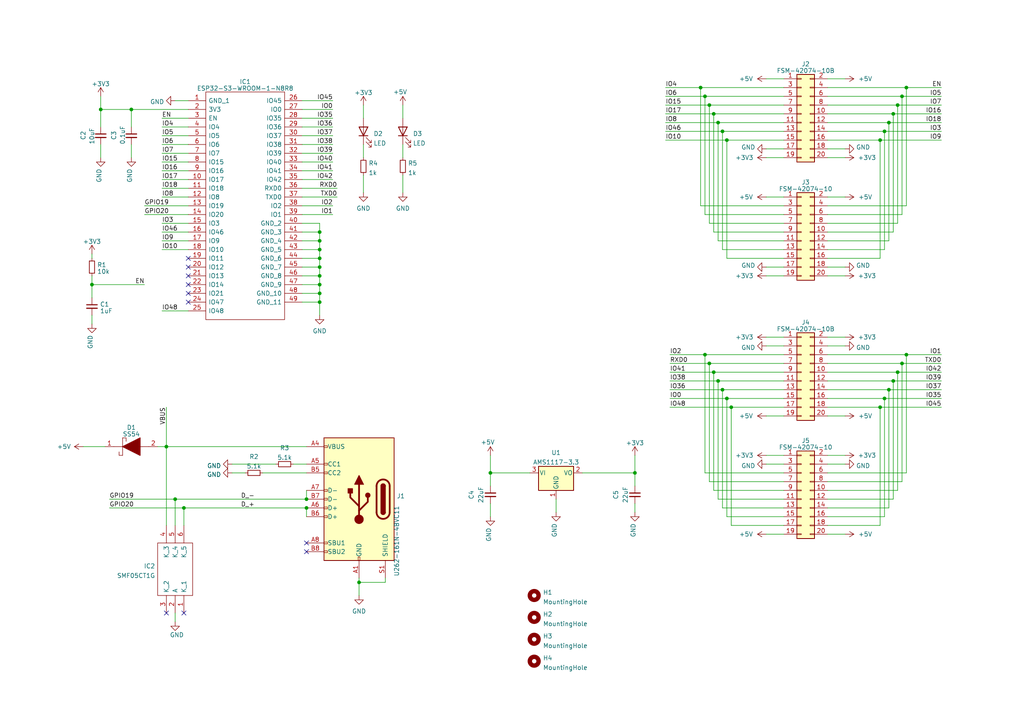
<source format=kicad_sch>
(kicad_sch (version 20230121) (generator eeschema)
  (paper "A4")
  (lib_symbols
    (symbol "Connector:USB_C_Receptacle_USB2.0" (pin_names (offset 1.016))
      (property "Reference" "J" (at -10.16 19.05 0))
      (property "Value" "USB_C_Receptacle_USB2.0" (at 19.05 19.05 0))
      (symbol "USB_C_Receptacle_USB2.0_0_0"
        (rectangle (start -0.254 -17.78) (end 0.254 -16.764))
        (rectangle (start 10.16 -14.986) (end 9.144 -15.494))
        (rectangle (start 10.16 -12.446) (end 9.144 -12.954))
        (rectangle (start 10.16 -4.826) (end 9.144 -5.334))
        (rectangle (start 10.16 -2.286) (end 9.144 -2.794))
        (rectangle (start 10.16 0.254) (end 9.144 -0.254))
        (rectangle (start 10.16 2.794) (end 9.144 2.286))
        (rectangle (start 10.16 7.874) (end 9.144 7.366))
        (rectangle (start 10.16 10.414) (end 9.144 9.906))
        (rectangle (start 10.16 15.494) (end 9.144 14.986))
      )
      (symbol "USB_C_Receptacle_USB2.0_0_1"
        (rectangle (start -10.16 17.78) (end 10.16 -17.78) (stroke (width 0.254)) (fill (type background)))
        (arc (start -8.89 -3.81) (mid -6.985 -5.7067) (end -5.08 -3.81) (stroke (width 0.508)))
        (arc (start -7.62 -3.81) (mid -6.985 -4.4423) (end -6.35 -3.81) (stroke (width 0.254)))
        (arc (start -7.62 -3.81) (mid -6.985 -4.4423) (end -6.35 -3.81) (stroke (width 0.254)) (fill (type outline)))
        (rectangle (start -7.62 -3.81) (end -6.35 3.81) (stroke (width 0.254)) (fill (type outline)))
        (arc (start -6.35 3.81) (mid -6.985 4.4423) (end -7.62 3.81) (stroke (width 0.254)))
        (arc (start -6.35 3.81) (mid -6.985 4.4423) (end -7.62 3.81) (stroke (width 0.254)) (fill (type outline)))
        (arc (start -5.08 3.81) (mid -6.985 5.7067) (end -8.89 3.81) (stroke (width 0.508)))
        (circle (center -2.54 1.143) (radius 0.635) (stroke (width 0.254)) (fill (type outline)))
        (circle (center 0 -5.842) (radius 1.27) (fill (type outline)))
        (polyline (pts (xy -8.89 -3.81) (xy -8.89 3.81)) (stroke (width 0.508)))
        (polyline (pts (xy -5.08 3.81) (xy -5.08 -3.81)) (stroke (width 0.508)))
        (polyline (pts (xy 0 -5.842) (xy 0 4.318)) (stroke (width 0.508)))
        (polyline (pts (xy 0 -3.302) (xy -2.54 -0.762) (xy -2.54 0.508)) (stroke (width 0.508)))
        (polyline (pts (xy 0 -2.032) (xy 2.54 0.508) (xy 2.54 1.778)) (stroke (width 0.508)))
        (polyline (pts (xy -1.27 4.318) (xy 0 6.858) (xy 1.27 4.318) (xy -1.27 4.318)) (stroke (width 0.254)) (fill (type outline)))
        (rectangle (start 1.905 1.778) (end 3.175 3.048) (stroke (width 0.254)) (fill (type outline)))
      )
      (symbol "USB_C_Receptacle_USB2.0_1_1"
        (pin passive line (at 0 -22.86 90) (length 5.08) (name "GND") (number "A1"))
        (pin passive line (at 0 -22.86 90) (length 5.08) hide (name "GND") (number "A12"))
        (pin passive line (at 15.24 15.24 180) (length 5.08) (name "VBUS") (number "A4"))
        (pin bidirectional line (at 15.24 10.16 180) (length 5.08) (name "CC1") (number "A5"))
        (pin bidirectional line (at 15.24 -2.54 180) (length 5.08) (name "D+") (number "A6"))
        (pin bidirectional line (at 15.24 2.54 180) (length 5.08) (name "D-") (number "A7"))
        (pin bidirectional line (at 15.24 -12.7 180) (length 5.08) (name "SBU1") (number "A8"))
        (pin passive line (at 15.24 15.24 180) (length 5.08) hide (name "VBUS") (number "A9"))
        (pin passive line (at 0 -22.86 90) (length 5.08) hide (name "GND") (number "B1"))
        (pin passive line (at 0 -22.86 90) (length 5.08) hide (name "GND") (number "B12"))
        (pin passive line (at 15.24 15.24 180) (length 5.08) hide (name "VBUS") (number "B4"))
        (pin bidirectional line (at 15.24 7.62 180) (length 5.08) (name "CC2") (number "B5"))
        (pin bidirectional line (at 15.24 -5.08 180) (length 5.08) (name "D+") (number "B6"))
        (pin bidirectional line (at 15.24 0 180) (length 5.08) (name "D-") (number "B7"))
        (pin bidirectional line (at 15.24 -15.24 180) (length 5.08) (name "SBU2") (number "B8"))
        (pin passive line (at 15.24 15.24 180) (length 5.08) hide (name "VBUS") (number "B9"))
        (pin passive line (at -7.62 -22.86 90) (length 5.08) (name "SHIELD") (number "S1"))
      )
    )
    (symbol "Connector_Generic:Conn_02x10_Odd_Even" (pin_names (offset 1.016) hide)
      (property "Reference" "J" (at 1.27 12.7 0))
      (property "Value" "Conn_02x10_Odd_Even" (at 1.27 -15.24 0))
      (symbol "Conn_02x10_Odd_Even_1_1"
        (rectangle (start -1.27 -12.573) (end 0 -12.827) (stroke (width 0.1524)))
        (rectangle (start -1.27 -10.033) (end 0 -10.287) (stroke (width 0.1524)))
        (rectangle (start -1.27 -7.493) (end 0 -7.747) (stroke (width 0.1524)))
        (rectangle (start -1.27 -4.953) (end 0 -5.207) (stroke (width 0.1524)))
        (rectangle (start -1.27 -2.413) (end 0 -2.667) (stroke (width 0.1524)))
        (rectangle (start -1.27 0.127) (end 0 -0.127) (stroke (width 0.1524)))
        (rectangle (start -1.27 2.667) (end 0 2.413) (stroke (width 0.1524)))
        (rectangle (start -1.27 5.207) (end 0 4.953) (stroke (width 0.1524)))
        (rectangle (start -1.27 7.747) (end 0 7.493) (stroke (width 0.1524)))
        (rectangle (start -1.27 10.287) (end 0 10.033) (stroke (width 0.1524)))
        (rectangle (start -1.27 11.43) (end 3.81 -13.97) (stroke (width 0.254)) (fill (type background)))
        (rectangle (start 3.81 -12.573) (end 2.54 -12.827) (stroke (width 0.1524)))
        (rectangle (start 3.81 -10.033) (end 2.54 -10.287) (stroke (width 0.1524)))
        (rectangle (start 3.81 -7.493) (end 2.54 -7.747) (stroke (width 0.1524)))
        (rectangle (start 3.81 -4.953) (end 2.54 -5.207) (stroke (width 0.1524)))
        (rectangle (start 3.81 -2.413) (end 2.54 -2.667) (stroke (width 0.1524)))
        (rectangle (start 3.81 0.127) (end 2.54 -0.127) (stroke (width 0.1524)))
        (rectangle (start 3.81 2.667) (end 2.54 2.413) (stroke (width 0.1524)))
        (rectangle (start 3.81 5.207) (end 2.54 4.953) (stroke (width 0.1524)))
        (rectangle (start 3.81 7.747) (end 2.54 7.493) (stroke (width 0.1524)))
        (rectangle (start 3.81 10.287) (end 2.54 10.033) (stroke (width 0.1524)))
        (pin passive line (at -5.08 10.16 0) (length 3.81) (name "Pin_1") (number "1"))
        (pin passive line (at 7.62 0 180) (length 3.81) (name "Pin_10") (number "10"))
        (pin passive line (at -5.08 -2.54 0) (length 3.81) (name "Pin_11") (number "11"))
        (pin passive line (at 7.62 -2.54 180) (length 3.81) (name "Pin_12") (number "12"))
        (pin passive line (at -5.08 -5.08 0) (length 3.81) (name "Pin_13") (number "13"))
        (pin passive line (at 7.62 -5.08 180) (length 3.81) (name "Pin_14") (number "14"))
        (pin passive line (at -5.08 -7.62 0) (length 3.81) (name "Pin_15") (number "15"))
        (pin passive line (at 7.62 -7.62 180) (length 3.81) (name "Pin_16") (number "16"))
        (pin passive line (at -5.08 -10.16 0) (length 3.81) (name "Pin_17") (number "17"))
        (pin passive line (at 7.62 -10.16 180) (length 3.81) (name "Pin_18") (number "18"))
        (pin passive line (at -5.08 -12.7 0) (length 3.81) (name "Pin_19") (number "19"))
        (pin passive line (at 7.62 10.16 180) (length 3.81) (name "Pin_2") (number "2"))
        (pin passive line (at 7.62 -12.7 180) (length 3.81) (name "Pin_20") (number "20"))
        (pin passive line (at -5.08 7.62 0) (length 3.81) (name "Pin_3") (number "3"))
        (pin passive line (at 7.62 7.62 180) (length 3.81) (name "Pin_4") (number "4"))
        (pin passive line (at -5.08 5.08 0) (length 3.81) (name "Pin_5") (number "5"))
        (pin passive line (at 7.62 5.08 180) (length 3.81) (name "Pin_6") (number "6"))
        (pin passive line (at -5.08 2.54 0) (length 3.81) (name "Pin_7") (number "7"))
        (pin passive line (at 7.62 2.54 180) (length 3.81) (name "Pin_8") (number "8"))
        (pin passive line (at -5.08 0 0) (length 3.81) (name "Pin_9") (number "9"))
      )
    )
    (symbol "Device:C_Small" (pin_numbers hide) (pin_names (offset 0.254) hide)
      (property "Reference" "C" (at 0.254 1.778 0))
      (property "Value" "C_Small" (at 0.254 -2.032 0))
      (symbol "C_Small_0_1"
        (polyline (pts (xy -1.524 -0.508) (xy 1.524 -0.508)) (stroke (width 0.3302)))
        (polyline (pts (xy -1.524 0.508) (xy 1.524 0.508)) (stroke (width 0.3048)))
      )
      (symbol "C_Small_1_1"
        (pin passive line (at 0 2.54 270) (length 2.032) (name "~") (number "1"))
        (pin passive line (at 0 -2.54 90) (length 2.032) (name "~") (number "2"))
      )
    )
    (symbol "Device:LED" (pin_numbers hide) (pin_names (offset 1.016) hide)
      (property "Reference" "D" (at 0 2.54 0))
      (property "Value" "LED" (at 0 -2.54 0))
      (symbol "LED_0_1"
        (polyline (pts (xy -1.27 -1.27) (xy -1.27 1.27)) (stroke (width 0.254)))
        (polyline (pts (xy -1.27 0) (xy 1.27 0)))
        (polyline (pts (xy 1.27 -1.27) (xy 1.27 1.27) (xy -1.27 0) (xy 1.27 -1.27)) (stroke (width 0.254)))
        (polyline (pts (xy -3.048 -0.762) (xy -4.572 -2.286) (xy -3.81 -2.286) (xy -4.572 -2.286) (xy -4.572 -1.524)))
        (polyline (pts (xy -1.778 -0.762) (xy -3.302 -2.286) (xy -2.54 -2.286) (xy -3.302 -2.286) (xy -3.302 -1.524)))
      )
      (symbol "LED_1_1"
        (pin passive line (at -3.81 0 0) (length 2.54) (name "K") (number "1"))
        (pin passive line (at 3.81 0 180) (length 2.54) (name "A") (number "2"))
      )
    )
    (symbol "Device:R_Small" (pin_numbers hide) (pin_names (offset 0.254) hide)
      (property "Reference" "R" (at 0.762 0.508 0))
      (property "Value" "R_Small" (at 0.762 -1.016 0))
      (symbol "R_Small_0_1"
        (rectangle (start -0.762 1.778) (end 0.762 -1.778) (stroke (width 0.2032)))
      )
      (symbol "R_Small_1_1"
        (pin passive line (at 0 2.54 270) (length 0.762) (name "~") (number "1"))
        (pin passive line (at 0 -2.54 90) (length 0.762) (name "~") (number "2"))
      )
    )
    (symbol "Mechanical:MountingHole" (pin_names (offset 1.016))
      (property "Reference" "H" (at 0 5.08 0))
      (property "Value" "MountingHole" (at 0 3.175 0))
      (symbol "MountingHole_0_1"
        (circle (center 0 0) (radius 1.27) (stroke (width 1.27)))
      )
    )
    (symbol "Regulator_Linear:AMS1117-3.3" (pin_names (offset 0.254))
      (property "Reference" "U" (at -3.81 3.175 0))
      (property "Value" "AMS1117-3.3" (at 0 3.175 0))
      (symbol "AMS1117-3.3_0_1"
        (rectangle (start -5.08 -5.08) (end 5.08 1.905) (stroke (width 0.254)) (fill (type background)))
      )
      (symbol "AMS1117-3.3_1_1"
        (pin power_in line (at 0 -7.62 90) (length 2.54) (name "GND") (number "1"))
        (pin power_out line (at 7.62 0 180) (length 2.54) (name "VO") (number "2"))
        (pin power_in line (at -7.62 0 0) (length 2.54) (name "VI") (number "3"))
      )
    )
    (symbol "SamacSys_Parts:ESP32-S3-WROOM-1-N8R8" (pin_names (offset 0.762))
      (property "Reference" "IC" (at 29.21 7.62 0))
      (property "Value" "ESP32-S3-WROOM-1-N8R8" (at 29.21 5.08 0))
      (symbol "ESP32-S3-WROOM-1-N8R8_0_0"
        (pin passive line (at 0 0 0) (length 5.08) (name "GND_1") (number "1"))
        (pin passive line (at 0 -22.86 0) (length 5.08) (name "IO17") (number "10"))
        (pin passive line (at 0 -25.4 0) (length 5.08) (name "IO18") (number "11"))
        (pin passive line (at 0 -27.94 0) (length 5.08) (name "IO8") (number "12"))
        (pin passive line (at 0 -30.48 0) (length 5.08) (name "IO19") (number "13"))
        (pin passive line (at 0 -33.02 0) (length 5.08) (name "IO20") (number "14"))
        (pin passive line (at 0 -35.56 0) (length 5.08) (name "IO3") (number "15"))
        (pin passive line (at 0 -38.1 0) (length 5.08) (name "IO46") (number "16"))
        (pin passive line (at 0 -40.64 0) (length 5.08) (name "IO9") (number "17"))
        (pin passive line (at 0 -43.18 0) (length 5.08) (name "IO10") (number "18"))
        (pin passive line (at 0 -45.72 0) (length 5.08) (name "IO11") (number "19"))
        (pin passive line (at 0 -2.54 0) (length 5.08) (name "3V3") (number "2"))
        (pin passive line (at 0 -48.26 0) (length 5.08) (name "IO12") (number "20"))
        (pin passive line (at 0 -50.8 0) (length 5.08) (name "IO13") (number "21"))
        (pin passive line (at 0 -53.34 0) (length 5.08) (name "IO14") (number "22"))
        (pin passive line (at 0 -55.88 0) (length 5.08) (name "IO21") (number "23"))
        (pin passive line (at 0 -58.42 0) (length 5.08) (name "IO47") (number "24"))
        (pin passive line (at 0 -60.96 0) (length 5.08) (name "IO48") (number "25"))
        (pin passive line (at 33.02 0 180) (length 5.08) (name "IO45") (number "26"))
        (pin passive line (at 33.02 -2.54 180) (length 5.08) (name "IO0") (number "27"))
        (pin passive line (at 33.02 -5.08 180) (length 5.08) (name "IO35") (number "28"))
        (pin passive line (at 33.02 -7.62 180) (length 5.08) (name "IO36") (number "29"))
        (pin passive line (at 0 -5.08 0) (length 5.08) (name "EN") (number "3"))
        (pin passive line (at 33.02 -10.16 180) (length 5.08) (name "IO37") (number "30"))
        (pin passive line (at 33.02 -12.7 180) (length 5.08) (name "IO38") (number "31"))
        (pin passive line (at 33.02 -15.24 180) (length 5.08) (name "IO39") (number "32"))
        (pin passive line (at 33.02 -17.78 180) (length 5.08) (name "IO40") (number "33"))
        (pin passive line (at 33.02 -20.32 180) (length 5.08) (name "IO41") (number "34"))
        (pin passive line (at 33.02 -22.86 180) (length 5.08) (name "IO42") (number "35"))
        (pin passive line (at 33.02 -25.4 180) (length 5.08) (name "RXD0") (number "36"))
        (pin passive line (at 33.02 -27.94 180) (length 5.08) (name "TXD0") (number "37"))
        (pin passive line (at 33.02 -30.48 180) (length 5.08) (name "IO2") (number "38"))
        (pin passive line (at 33.02 -33.02 180) (length 5.08) (name "IO1") (number "39"))
        (pin passive line (at 0 -7.62 0) (length 5.08) (name "IO4") (number "4"))
        (pin passive line (at 33.02 -35.56 180) (length 5.08) (name "GND_2") (number "40"))
        (pin passive line (at 33.02 -38.1 180) (length 5.08) (name "GND_3") (number "41"))
        (pin passive line (at 33.02 -40.64 180) (length 5.08) (name "GND_4") (number "42"))
        (pin passive line (at 33.02 -43.18 180) (length 5.08) (name "GND_5") (number "43"))
        (pin passive line (at 33.02 -45.72 180) (length 5.08) (name "GND_6") (number "44"))
        (pin passive line (at 33.02 -48.26 180) (length 5.08) (name "GND_7") (number "45"))
        (pin passive line (at 33.02 -50.8 180) (length 5.08) (name "GND_8") (number "46"))
        (pin passive line (at 33.02 -53.34 180) (length 5.08) (name "GND_9") (number "47"))
        (pin passive line (at 33.02 -55.88 180) (length 5.08) (name "GND_10") (number "48"))
        (pin passive line (at 33.02 -58.42 180) (length 5.08) (name "GND_11") (number "49"))
        (pin passive line (at 0 -10.16 0) (length 5.08) (name "IO5") (number "5"))
        (pin passive line (at 0 -12.7 0) (length 5.08) (name "IO6") (number "6"))
        (pin passive line (at 0 -15.24 0) (length 5.08) (name "IO7") (number "7"))
        (pin passive line (at 0 -17.78 0) (length 5.08) (name "IO15") (number "8"))
        (pin passive line (at 0 -20.32 0) (length 5.08) (name "IO16") (number "9"))
      )
      (symbol "ESP32-S3-WROOM-1-N8R8_0_1"
        (polyline (pts (xy 5.08 2.54) (xy 27.94 2.54) (xy 27.94 -63.5) (xy 5.08 -63.5) (xy 5.08 2.54)) (stroke (width 0.1524)))
      )
    )
    (symbol "SamacSys_Parts:SMF05CT1G" (pin_names (offset 0.762))
      (property "Reference" "IC" (at 21.59 7.62 0))
      (property "Value" "SMF05CT1G" (at 21.59 5.08 0))
      (symbol "SMF05CT1G_0_0"
        (pin passive line (at 0 0 0) (length 5.08) (name "K_1") (number "1"))
        (pin passive line (at 0 -2.54 0) (length 5.08) (name "A") (number "2"))
        (pin passive line (at 0 -5.08 0) (length 5.08) (name "K_2") (number "3"))
        (pin passive line (at 25.4 -5.08 180) (length 5.08) (name "K_3") (number "4"))
        (pin passive line (at 25.4 -2.54 180) (length 5.08) (name "K_4") (number "5"))
        (pin passive line (at 25.4 0 180) (length 5.08) (name "K_5") (number "6"))
      )
      (symbol "SMF05CT1G_0_1"
        (polyline (pts (xy 5.08 2.54) (xy 20.32 2.54) (xy 20.32 -7.62) (xy 5.08 -7.62) (xy 5.08 2.54)) (stroke (width 0.1524)))
      )
    )
    (symbol "SamacSys_Parts:SS54" (pin_names (offset 0.762))
      (property "Reference" "D" (at 12.7 8.89 0))
      (property "Value" "SS54" (at 12.7 6.35 0))
      (symbol "SS54_0_0"
        (pin passive line (at 2.54 0 0) (length 2.54) (name "~") (number "1"))
        (pin passive line (at 17.78 0 180) (length 2.54) (name "~") (number "2"))
      )
      (symbol "SS54_0_1"
        (polyline (pts (xy 5.08 0) (xy 7.62 0)) (stroke (width 0.1524)))
        (polyline (pts (xy 7.62 2.54) (xy 7.62 -2.54)) (stroke (width 0.1524)))
        (polyline (pts (xy 12.7 0) (xy 15.24 0)) (stroke (width 0.1524)))
        (polyline (pts (xy 7.62 -2.54) (xy 6.604 -2.54) (xy 6.604 -1.524)) (stroke (width 0.1524)))
        (polyline (pts (xy 7.62 2.54) (xy 8.636 2.54) (xy 8.636 1.524)) (stroke (width 0.1524)))
        (polyline (pts (xy 7.62 0) (xy 12.7 2.54) (xy 12.7 -2.54) (xy 7.62 0)) (stroke (width 0.254)) (fill (type outline)))
      )
    )
    (symbol "power:+3.3V" (power) (pin_names (offset 0))
      (property "Value" "+3.3V" (at 0 3.556 0))
      (symbol "+3.3V_0_1"
        (polyline (pts (xy -0.762 1.27) (xy 0 2.54)))
        (polyline (pts (xy 0 0) (xy 0 2.54)))
        (polyline (pts (xy 0 2.54) (xy 0.762 1.27)))
      )
      (symbol "+3.3V_1_1"
        (pin power_in line (at 0 0 90) (length 0) hide (name "+3V3") (number "1"))
      )
    )
    (symbol "power:+5V" (power) (pin_names (offset 0))
      (property "Value" "+5V" (at 0 3.556 0))
      (symbol "+5V_0_1"
        (polyline (pts (xy -0.762 1.27) (xy 0 2.54)))
        (polyline (pts (xy 0 0) (xy 0 2.54)))
        (polyline (pts (xy 0 2.54) (xy 0.762 1.27)))
      )
      (symbol "+5V_1_1"
        (pin power_in line (at 0 0 90) (length 0) hide (name "+5V") (number "1"))
      )
    )
    (symbol "power:GND" (power) (pin_names (offset 0))
      (property "Value" "GND" (at 0 -3.81 0))
      (symbol "GND_0_1"
        (polyline (pts (xy 0 0) (xy 0 -1.27) (xy 1.27 -1.27) (xy 0 -2.54) (xy -1.27 -1.27) (xy 0 -1.27)))
      )
      (symbol "GND_1_1"
        (pin power_in line (at 0 0 270) (length 0) hide (name "GND") (number "1"))
      )
    )
  )
  (junction (at 257.81 113.03))
  (junction (at 92.71 85.09))
  (junction (at 210.82 40.64))
  (junction (at 26.67 82.55))
  (junction (at 142.24 137.16))
  (junction (at 256.54 115.57))
  (junction (at 204.47 27.94))
  (junction (at 92.71 80.01))
  (junction (at 208.28 110.49))
  (junction (at 261.62 105.41))
  (junction (at 92.71 67.31))
  (junction (at 259.08 33.02))
  (junction (at 88.9 147.32))
  (junction (at 92.71 77.47))
  (junction (at 208.28 35.56))
  (junction (at 53.34 147.32))
  (junction (at 88.9 144.78))
  (junction (at 92.71 72.39))
  (junction (at 92.71 87.63))
  (junction (at 261.62 27.94))
  (junction (at 260.35 30.48))
  (junction (at 212.09 118.11))
  (junction (at 260.35 107.95))
  (junction (at 29.21 31.75))
  (junction (at 92.71 82.55))
  (junction (at 209.55 113.03))
  (junction (at 184.15 137.16))
  (junction (at 205.74 105.41))
  (junction (at 262.89 25.4))
  (junction (at 92.71 69.85))
  (junction (at 257.81 35.56))
  (junction (at 50.8 144.78))
  (junction (at 204.47 102.87))
  (junction (at 255.27 40.64))
  (junction (at 209.55 38.1))
  (junction (at 205.74 30.48))
  (junction (at 255.27 118.11))
  (junction (at 38.1 31.75))
  (junction (at 203.2 25.4))
  (junction (at 207.01 107.95))
  (junction (at 256.54 38.1))
  (junction (at 210.82 115.57))
  (junction (at 104.14 168.91))
  (junction (at 262.89 102.87))
  (junction (at 207.01 33.02))
  (junction (at 259.08 110.49))
  (junction (at 48.26 129.54))
  (junction (at 92.71 74.93))
  (no_connect (at 54.61 74.93))
  (no_connect (at 54.61 87.63))
  (no_connect (at 88.9 160.02))
  (no_connect (at 54.61 82.55))
  (no_connect (at 53.34 177.8))
  (no_connect (at 54.61 77.47))
  (no_connect (at 48.26 177.8))
  (no_connect (at 54.61 85.09))
  (no_connect (at 88.9 157.48))
  (no_connect (at 54.61 80.01))
  (wire (pts (xy 210.82 115.57) (xy 227.33 115.57)))
  (wire (pts (xy 259.08 110.49) (xy 240.03 110.49)))
  (wire (pts (xy 240.03 102.87) (xy 262.89 102.87)))
  (wire (pts (xy 161.29 144.78) (xy 161.29 148.59)))
  (wire (pts (xy 259.08 144.78) (xy 259.08 110.49)))
  (wire (pts (xy 227.33 118.11) (xy 212.09 118.11)))
  (wire (pts (xy 207.01 33.02) (xy 207.01 67.31)))
  (wire (pts (xy 255.27 152.4) (xy 240.03 152.4)))
  (wire (pts (xy 50.8 29.21) (xy 54.61 29.21)))
  (wire (pts (xy 46.99 52.07) (xy 54.61 52.07)))
  (wire (pts (xy 261.62 105.41) (xy 240.03 105.41)))
  (wire (pts (xy 92.71 82.55) (xy 92.71 85.09)))
  (wire (pts (xy 222.25 100.33) (xy 227.33 100.33)))
  (wire (pts (xy 262.89 102.87) (xy 273.05 102.87)))
  (wire (pts (xy 222.25 77.47) (xy 227.33 77.47)))
  (wire (pts (xy 240.03 35.56) (xy 257.81 35.56)))
  (wire (pts (xy 48.26 129.54) (xy 48.26 152.4)))
  (wire (pts (xy 255.27 40.64) (xy 255.27 74.93)))
  (wire (pts (xy 205.74 64.77) (xy 205.74 30.48)))
  (wire (pts (xy 256.54 115.57) (xy 240.03 115.57)))
  (wire (pts (xy 257.81 147.32) (xy 240.03 147.32)))
  (wire (pts (xy 227.33 107.95) (xy 207.01 107.95)))
  (wire (pts (xy 46.99 72.39) (xy 54.61 72.39)))
  (wire (pts (xy 184.15 146.05) (xy 184.15 148.59)))
  (wire (pts (xy 92.71 64.77) (xy 87.63 64.77)))
  (wire (pts (xy 261.62 27.94) (xy 240.03 27.94)))
  (wire (pts (xy 256.54 38.1) (xy 240.03 38.1)))
  (wire (pts (xy 53.34 147.32) (xy 53.34 152.4)))
  (wire (pts (xy 245.11 134.62) (xy 240.03 134.62)))
  (wire (pts (xy 208.28 35.56) (xy 227.33 35.56)))
  (wire (pts (xy 257.81 35.56) (xy 257.81 69.85)))
  (wire (pts (xy 194.31 110.49) (xy 208.28 110.49)))
  (wire (pts (xy 29.21 27.94) (xy 29.21 31.75)))
  (wire (pts (xy 227.33 144.78) (xy 208.28 144.78)))
  (wire (pts (xy 97.79 54.61) (xy 87.63 54.61)))
  (wire (pts (xy 245.11 43.18) (xy 240.03 43.18)))
  (wire (pts (xy 240.03 62.23) (xy 261.62 62.23)))
  (wire (pts (xy 26.67 86.36) (xy 26.67 82.55)))
  (wire (pts (xy 45.72 129.54) (xy 48.26 129.54)))
  (wire (pts (xy 245.11 100.33) (xy 240.03 100.33)))
  (wire (pts (xy 92.71 64.77) (xy 92.71 67.31)))
  (wire (pts (xy 245.11 45.72) (xy 240.03 45.72)))
  (wire (pts (xy 92.71 85.09) (xy 92.71 87.63)))
  (wire (pts (xy 227.33 59.69) (xy 203.2 59.69)))
  (wire (pts (xy 92.71 74.93) (xy 87.63 74.93)))
  (wire (pts (xy 222.25 43.18) (xy 227.33 43.18)))
  (wire (pts (xy 204.47 102.87) (xy 204.47 137.16)))
  (wire (pts (xy 208.28 69.85) (xy 208.28 35.56)))
  (wire (pts (xy 256.54 72.39) (xy 240.03 72.39)))
  (wire (pts (xy 222.25 97.79) (xy 227.33 97.79)))
  (wire (pts (xy 204.47 27.94) (xy 204.47 62.23)))
  (wire (pts (xy 203.2 59.69) (xy 203.2 25.4)))
  (wire (pts (xy 240.03 139.7) (xy 261.62 139.7)))
  (wire (pts (xy 205.74 30.48) (xy 227.33 30.48)))
  (wire (pts (xy 92.71 69.85) (xy 87.63 69.85)))
  (wire (pts (xy 204.47 62.23) (xy 227.33 62.23)))
  (wire (pts (xy 142.24 146.05) (xy 142.24 149.86)))
  (wire (pts (xy 92.71 69.85) (xy 92.71 72.39)))
  (wire (pts (xy 29.21 41.91) (xy 29.21 45.72)))
  (wire (pts (xy 193.04 35.56) (xy 208.28 35.56)))
  (wire (pts (xy 194.31 118.11) (xy 212.09 118.11)))
  (wire (pts (xy 245.11 22.86) (xy 240.03 22.86)))
  (wire (pts (xy 96.52 29.21) (xy 87.63 29.21)))
  (wire (pts (xy 210.82 40.64) (xy 227.33 40.64)))
  (wire (pts (xy 256.54 149.86) (xy 256.54 115.57)))
  (wire (pts (xy 96.52 41.91) (xy 87.63 41.91)))
  (wire (pts (xy 105.41 41.91) (xy 105.41 45.72)))
  (wire (pts (xy 203.2 25.4) (xy 227.33 25.4)))
  (wire (pts (xy 259.08 33.02) (xy 240.03 33.02)))
  (wire (pts (xy 222.25 45.72) (xy 227.33 45.72)))
  (wire (pts (xy 240.03 113.03) (xy 257.81 113.03)))
  (wire (pts (xy 209.55 147.32) (xy 227.33 147.32)))
  (wire (pts (xy 193.04 40.64) (xy 210.82 40.64)))
  (wire (pts (xy 245.11 132.08) (xy 240.03 132.08)))
  (wire (pts (xy 80.01 134.62) (xy 67.31 134.62)))
  (wire (pts (xy 92.71 87.63) (xy 92.71 91.44)))
  (wire (pts (xy 210.82 40.64) (xy 210.82 74.93)))
  (wire (pts (xy 209.55 113.03) (xy 209.55 147.32)))
  (wire (pts (xy 111.76 168.91) (xy 104.14 168.91)))
  (wire (pts (xy 92.71 80.01) (xy 92.71 82.55)))
  (wire (pts (xy 261.62 139.7) (xy 261.62 105.41)))
  (wire (pts (xy 209.55 72.39) (xy 227.33 72.39)))
  (wire (pts (xy 245.11 57.15) (xy 240.03 57.15)))
  (wire (pts (xy 46.99 67.31) (xy 54.61 67.31)))
  (wire (pts (xy 46.99 69.85) (xy 54.61 69.85)))
  (wire (pts (xy 92.71 67.31) (xy 87.63 67.31)))
  (wire (pts (xy 46.99 36.83) (xy 54.61 36.83)))
  (wire (pts (xy 92.71 77.47) (xy 87.63 77.47)))
  (wire (pts (xy 207.01 142.24) (xy 227.33 142.24)))
  (wire (pts (xy 227.33 102.87) (xy 204.47 102.87)))
  (wire (pts (xy 204.47 137.16) (xy 227.33 137.16)))
  (wire (pts (xy 168.91 137.16) (xy 184.15 137.16)))
  (wire (pts (xy 38.1 41.91) (xy 38.1 45.72)))
  (wire (pts (xy 104.14 168.91) (xy 104.14 172.72)))
  (wire (pts (xy 92.71 77.47) (xy 92.71 80.01)))
  (wire (pts (xy 227.33 64.77) (xy 205.74 64.77)))
  (wire (pts (xy 222.25 154.94) (xy 227.33 154.94)))
  (wire (pts (xy 142.24 132.08) (xy 142.24 137.16)))
  (wire (pts (xy 261.62 27.94) (xy 273.05 27.94)))
  (wire (pts (xy 260.35 107.95) (xy 273.05 107.95)))
  (wire (pts (xy 53.34 147.32) (xy 88.9 147.32)))
  (wire (pts (xy 153.67 137.16) (xy 142.24 137.16)))
  (wire (pts (xy 210.82 149.86) (xy 210.82 115.57)))
  (wire (pts (xy 245.11 80.01) (xy 240.03 80.01)))
  (wire (pts (xy 227.33 33.02) (xy 207.01 33.02)))
  (wire (pts (xy 48.26 129.54) (xy 88.9 129.54)))
  (wire (pts (xy 222.25 80.01) (xy 227.33 80.01)))
  (wire (pts (xy 240.03 67.31) (xy 259.08 67.31)))
  (wire (pts (xy 245.11 120.65) (xy 240.03 120.65)))
  (wire (pts (xy 50.8 177.8) (xy 50.8 180.34)))
  (wire (pts (xy 255.27 40.64) (xy 240.03 40.64)))
  (wire (pts (xy 259.08 33.02) (xy 273.05 33.02)))
  (wire (pts (xy 48.26 118.11) (xy 48.26 129.54)))
  (wire (pts (xy 116.84 50.8) (xy 116.84 55.88)))
  (wire (pts (xy 96.52 62.23) (xy 87.63 62.23)))
  (wire (pts (xy 257.81 35.56) (xy 273.05 35.56)))
  (wire (pts (xy 273.05 40.64) (xy 255.27 40.64)))
  (wire (pts (xy 260.35 30.48) (xy 273.05 30.48)))
  (wire (pts (xy 255.27 118.11) (xy 255.27 152.4)))
  (wire (pts (xy 257.81 113.03) (xy 257.81 147.32)))
  (wire (pts (xy 205.74 139.7) (xy 205.74 105.41)))
  (wire (pts (xy 262.89 25.4) (xy 273.05 25.4)))
  (wire (pts (xy 240.03 107.95) (xy 260.35 107.95)))
  (wire (pts (xy 222.25 134.62) (xy 227.33 134.62)))
  (wire (pts (xy 245.11 154.94) (xy 240.03 154.94)))
  (wire (pts (xy 96.52 31.75) (xy 87.63 31.75)))
  (wire (pts (xy 260.35 30.48) (xy 260.35 64.77)))
  (wire (pts (xy 261.62 105.41) (xy 273.05 105.41)))
  (wire (pts (xy 142.24 137.16) (xy 142.24 140.97)))
  (wire (pts (xy 46.99 57.15) (xy 54.61 57.15)))
  (wire (pts (xy 227.33 149.86) (xy 210.82 149.86)))
  (wire (pts (xy 207.01 67.31) (xy 227.33 67.31)))
  (wire (pts (xy 105.41 50.8) (xy 105.41 55.88)))
  (wire (pts (xy 41.91 62.23) (xy 54.61 62.23)))
  (wire (pts (xy 262.89 137.16) (xy 240.03 137.16)))
  (wire (pts (xy 41.91 59.69) (xy 54.61 59.69)))
  (wire (pts (xy 92.71 85.09) (xy 87.63 85.09)))
  (wire (pts (xy 210.82 74.93) (xy 227.33 74.93)))
  (wire (pts (xy 96.52 59.69) (xy 87.63 59.69)))
  (wire (pts (xy 97.79 57.15) (xy 87.63 57.15)))
  (wire (pts (xy 193.04 33.02) (xy 207.01 33.02)))
  (wire (pts (xy 208.28 144.78) (xy 208.28 110.49)))
  (wire (pts (xy 256.54 115.57) (xy 273.05 115.57)))
  (wire (pts (xy 240.03 144.78) (xy 259.08 144.78)))
  (wire (pts (xy 194.31 113.03) (xy 209.55 113.03)))
  (wire (pts (xy 96.52 39.37) (xy 87.63 39.37)))
  (wire (pts (xy 193.04 27.94) (xy 204.47 27.94)))
  (wire (pts (xy 193.04 30.48) (xy 205.74 30.48)))
  (wire (pts (xy 245.11 97.79) (xy 240.03 97.79)))
  (wire (pts (xy 227.33 113.03) (xy 209.55 113.03)))
  (wire (pts (xy 257.81 69.85) (xy 240.03 69.85)))
  (wire (pts (xy 29.21 31.75) (xy 29.21 36.83)))
  (wire (pts (xy 209.55 38.1) (xy 209.55 72.39)))
  (wire (pts (xy 222.25 57.15) (xy 227.33 57.15)))
  (wire (pts (xy 240.03 30.48) (xy 260.35 30.48)))
  (wire (pts (xy 92.71 82.55) (xy 87.63 82.55)))
  (wire (pts (xy 245.11 77.47) (xy 240.03 77.47)))
  (wire (pts (xy 92.71 87.63) (xy 87.63 87.63)))
  (wire (pts (xy 92.71 74.93) (xy 92.71 77.47)))
  (wire (pts (xy 116.84 41.91) (xy 116.84 45.72)))
  (wire (pts (xy 261.62 62.23) (xy 261.62 27.94)))
  (wire (pts (xy 227.33 139.7) (xy 205.74 139.7)))
  (wire (pts (xy 262.89 102.87) (xy 262.89 137.16)))
  (wire (pts (xy 116.84 30.48) (xy 116.84 34.29)))
  (wire (pts (xy 88.9 137.16) (xy 76.2 137.16)))
  (wire (pts (xy 193.04 25.4) (xy 203.2 25.4)))
  (wire (pts (xy 212.09 118.11) (xy 212.09 152.4)))
  (wire (pts (xy 96.52 49.53) (xy 87.63 49.53)))
  (wire (pts (xy 184.15 137.16) (xy 184.15 140.97)))
  (wire (pts (xy 240.03 149.86) (xy 256.54 149.86)))
  (wire (pts (xy 38.1 31.75) (xy 38.1 36.83)))
  (wire (pts (xy 38.1 31.75) (xy 54.61 31.75)))
  (wire (pts (xy 50.8 144.78) (xy 50.8 152.4)))
  (wire (pts (xy 260.35 142.24) (xy 240.03 142.24)))
  (wire (pts (xy 92.71 72.39) (xy 92.71 74.93)))
  (wire (pts (xy 92.71 80.01) (xy 87.63 80.01)))
  (wire (pts (xy 96.52 44.45) (xy 87.63 44.45)))
  (wire (pts (xy 259.08 67.31) (xy 259.08 33.02)))
  (wire (pts (xy 46.99 44.45) (xy 54.61 44.45)))
  (wire (pts (xy 255.27 74.93) (xy 240.03 74.93)))
  (wire (pts (xy 88.9 134.62) (xy 85.09 134.62)))
  (wire (pts (xy 29.21 31.75) (xy 38.1 31.75)))
  (wire (pts (xy 257.81 113.03) (xy 273.05 113.03)))
  (wire (pts (xy 104.14 168.91) (xy 104.14 167.64)))
  (wire (pts (xy 194.31 102.87) (xy 204.47 102.87)))
  (wire (pts (xy 208.28 110.49) (xy 227.33 110.49)))
  (wire (pts (xy 46.99 39.37) (xy 54.61 39.37)))
  (wire (pts (xy 96.52 34.29) (xy 87.63 34.29)))
  (wire (pts (xy 71.12 137.16) (xy 67.31 137.16)))
  (wire (pts (xy 46.99 49.53) (xy 54.61 49.53)))
  (wire (pts (xy 194.31 115.57) (xy 210.82 115.57)))
  (wire (pts (xy 31.75 147.32) (xy 53.34 147.32)))
  (wire (pts (xy 212.09 152.4) (xy 227.33 152.4)))
  (wire (pts (xy 240.03 25.4) (xy 262.89 25.4)))
  (wire (pts (xy 227.33 38.1) (xy 209.55 38.1)))
  (wire (pts (xy 24.13 129.54) (xy 30.48 129.54)))
  (wire (pts (xy 227.33 27.94) (xy 204.47 27.94)))
  (wire (pts (xy 26.67 80.01) (xy 26.67 82.55)))
  (wire (pts (xy 193.04 38.1) (xy 209.55 38.1)))
  (wire (pts (xy 259.08 110.49) (xy 273.05 110.49)))
  (wire (pts (xy 184.15 132.08) (xy 184.15 137.16)))
  (wire (pts (xy 227.33 69.85) (xy 208.28 69.85)))
  (wire (pts (xy 92.71 72.39) (xy 87.63 72.39)))
  (wire (pts (xy 255.27 118.11) (xy 273.05 118.11)))
  (wire (pts (xy 46.99 46.99) (xy 54.61 46.99)))
  (wire (pts (xy 88.9 142.24) (xy 88.9 144.78)))
  (wire (pts (xy 222.25 120.65) (xy 227.33 120.65)))
  (wire (pts (xy 273.05 38.1) (xy 256.54 38.1)))
  (wire (pts (xy 31.75 144.78) (xy 50.8 144.78)))
  (wire (pts (xy 111.76 168.91) (xy 111.76 167.64)))
  (wire (pts (xy 260.35 107.95) (xy 260.35 142.24)))
  (wire (pts (xy 96.52 36.83) (xy 87.63 36.83)))
  (wire (pts (xy 194.31 105.41) (xy 205.74 105.41)))
  (wire (pts (xy 205.74 105.41) (xy 227.33 105.41)))
  (wire (pts (xy 26.67 73.66) (xy 26.67 74.93)))
  (wire (pts (xy 46.99 41.91) (xy 54.61 41.91)))
  (wire (pts (xy 262.89 59.69) (xy 240.03 59.69)))
  (wire (pts (xy 256.54 38.1) (xy 256.54 72.39)))
  (wire (pts (xy 222.25 132.08) (xy 227.33 132.08)))
  (wire (pts (xy 207.01 107.95) (xy 207.01 142.24)))
  (wire (pts (xy 96.52 46.99) (xy 87.63 46.99)))
  (wire (pts (xy 262.89 25.4) (xy 262.89 59.69)))
  (wire (pts (xy 46.99 54.61) (xy 54.61 54.61)))
  (wire (pts (xy 26.67 91.44) (xy 26.67 93.98)))
  (wire (pts (xy 50.8 144.78) (xy 88.9 144.78)))
  (wire (pts (xy 26.67 82.55) (xy 41.91 82.55)))
  (wire (pts (xy 46.99 90.17) (xy 54.61 90.17)))
  (wire (pts (xy 194.31 107.95) (xy 207.01 107.95)))
  (wire (pts (xy 46.99 64.77) (xy 54.61 64.77)))
  (wire (pts (xy 46.99 34.29) (xy 54.61 34.29)))
  (wire (pts (xy 105.41 30.48) (xy 105.41 34.29)))
  (wire (pts (xy 260.35 64.77) (xy 240.03 64.77)))
  (wire (pts (xy 92.71 67.31) (xy 92.71 69.85)))
  (wire (pts (xy 222.25 22.86) (xy 227.33 22.86)))
  (wire (pts (xy 240.03 118.11) (xy 255.27 118.11)))
  (wire (pts (xy 88.9 147.32) (xy 88.9 149.86)))
  (wire (pts (xy 96.52 52.07) (xy 87.63 52.07)))
  (label "IO5" (at 46.99 39.37 0))
  (label "IO17" (at 193.04 33.02 0))
  (label "EN" (at 41.91 82.55 180))
  (label "IO38" (at 194.31 110.49 0))
  (label "IO36" (at 194.31 113.03 0))
  (label "TXD0" (at 97.79 57.15 180))
  (label "IO8" (at 193.04 35.56 0))
  (label "IO42" (at 96.52 52.07 180))
  (label "IO35" (at 96.52 34.29 180))
  (label "GPIO20" (at 41.91 62.23 0))
  (label "IO42" (at 273.05 107.95 180))
  (label "IO48" (at 194.31 118.11 0))
  (label "IO18" (at 273.05 35.56 180))
  (label "GPIO19" (at 31.75 144.78 0))
  (label "D_+" (at 69.85 147.32 0))
  (label "IO38" (at 96.52 41.91 180))
  (label "IO39" (at 96.52 44.45 180))
  (label "IO45" (at 96.52 29.21 180))
  (label "IO3" (at 46.99 64.77 0))
  (label "IO8" (at 46.99 57.15 0))
  (label "IO1" (at 273.05 102.87 180))
  (label "GPIO20" (at 31.75 147.32 0))
  (label "IO10" (at 46.99 72.39 0))
  (label "D_-" (at 69.85 144.78 0))
  (label "IO40" (at 96.52 46.99 180))
  (label "IO16" (at 46.99 49.53 0))
  (label "IO48" (at 46.99 90.17 0))
  (label "IO5" (at 273.05 27.94 180))
  (label "IO39" (at 273.05 110.49 180))
  (label "IO46" (at 46.99 67.31 0))
  (label "IO18" (at 46.99 54.61 0))
  (label "TXD0" (at 273.05 105.41 180))
  (label "IO37" (at 273.05 113.03 180))
  (label "IO41" (at 96.52 49.53 180))
  (label "IO7" (at 273.05 30.48 180))
  (label "IO0" (at 194.31 115.57 0))
  (label "IO35" (at 273.05 115.57 180))
  (label "EN" (at 273.05 25.4 180))
  (label "IO9" (at 46.99 69.85 0))
  (label "IO41" (at 194.31 107.95 0))
  (label "IO4" (at 46.99 36.83 0))
  (label "IO45" (at 273.05 118.11 180))
  (label "VBUS" (at 48.26 118.11 270))
  (label "IO6" (at 46.99 41.91 0))
  (label "IO3" (at 273.05 38.1 180))
  (label "IO15" (at 193.04 30.48 0))
  (label "IO6" (at 193.04 27.94 0))
  (label "RXD0" (at 97.79 54.61 180))
  (label "IO16" (at 273.05 33.02 180))
  (label "EN" (at 46.99 34.29 0))
  (label "IO2" (at 194.31 102.87 0))
  (label "RXD0" (at 194.31 105.41 0))
  (label "IO1" (at 96.52 62.23 180))
  (label "IO46" (at 193.04 38.1 0))
  (label "IO36" (at 96.52 36.83 180))
  (label "IO0" (at 96.52 31.75 180))
  (label "IO7" (at 46.99 44.45 0))
  (label "IO4" (at 193.04 25.4 0))
  (label "IO37" (at 96.52 39.37 180))
  (label "IO9" (at 273.05 40.64 180))
  (label "GPIO19" (at 41.91 59.69 0))
  (label "IO15" (at 46.99 46.99 0))
  (label "IO10" (at 193.04 40.64 0))
  (label "IO17" (at 46.99 52.07 0))
  (label "IO2" (at 96.52 59.69 180))
  (symbol (lib_id "power:GND") (at 222.25 43.18 270) (mirror x) (unit 1)
    (property "Reference" "#PWR021" (effects hide))
    (property "Value" "GND" (at 219.0751 42.701 90) (effects (justify right)))
  )
  (symbol (lib_id "power:GND") (at 222.25 100.33 270) (unit 1)
    (property "Reference" "#PWR027" (effects hide))
    (property "Value" "GND" (at 219.0751 100.809 90) (effects (justify right)))
  )
  (symbol (lib_id "power:GND") (at 245.11 77.47 90) (unit 1)
    (property "Reference" "#PWR036" (effects hide))
    (property "Value" "GND" (at 248.2849 76.991 90) (effects (justify right)))
  )
  (symbol (lib_id "power:GND") (at 92.71 91.44 0) (unit 1)
    (property "Reference" "#PWR044" (effects hide))
    (property "Value" "GND" (at 92.71 96.0025 0))
  )
  (symbol (lib_id "power:+5V") (at 116.84 30.48 0) (mirror y) (unit 1)
    (property "Reference" "#PWR013" (effects hide))
    (property "Value" "+5V" (at 118.11 26.67 0) (effects (justify left)))
  )
  (symbol (lib_id "power:GND") (at 116.84 55.88 0) (unit 1)
    (property "Reference" "#PWR014" (effects hide))
    (property "Value" "GND" (at 116.84 60.4425 0))
  )
  (symbol (lib_id "Device:R_Small") (at 105.41 48.26 0) (unit 1)
    (property "Reference" "R4" (at 106.9086 47.3515 0) (effects (justify left)))
    (property "Value" "1k" (at 106.9086 50.1266 0) (effects (justify left)))
    (property "Footprint" "Resistor_SMD:R_0603_1608Metric_Pad0.98x0.95mm_HandSolder" (effects hide))
  )
  (symbol (lib_id "SamacSys_Parts:ESP32-S3-WROOM-1-N8R8") (at 54.61 29.21 0) (unit 1)
    (property "Reference" "IC1" (at 71.12 23.7109 0))
    (property "Value" "ESP32-S3-WROOM-1-N8R8" (at 71.12 25.6319 0))
    (property "Footprint" "SamacSys_Parts:ESP32S3WROOM1N8R8" (effects hide))
    (property "Datasheet" "https://www.espressif.com/sites/default/files/documentation/esp32-s3-wroom-1_wroom-1u_datasheet_en.pdf" (effects hide))
    (property "Description" "WiFi Modules - 802.11 (Engineering Samples Only) SMD Module, ESP32-S3R8 with 8 MB Octal PSRAM Die, 8 MB Quad SPI flash, PCB Antenna" (effects hide))
    (property "Height" "3.25" (effects hide))
    (property "Manufacturer_Name" "Espressif Systems" (effects hide))
    (property "Manufacturer_Part_Number" "ESP32-S3-WROOM-1-N8R8" (effects hide))
    (property "Mouser Part Number" "356-EP32S3WROOM1N8R8" (effects hide))
    (property "Mouser Price/Stock" "https://www.mouser.co.uk/ProductDetail/Espressif-Systems/ESP32-S3-WROOM-1-N8R8?qs=7D1LtPJG0i3%2F28hKFavOpQ%3D%3D" (effects hide))
  )
  (symbol (lib_id "power:+5V") (at 222.25 57.15 90) (mirror x) (unit 1)
    (property "Reference" "#PWR023" (effects hide))
    (property "Value" "+5V" (at 218.44 57.15 90) (effects (justify left)))
  )
  (symbol (lib_id "power:GND") (at 67.31 137.16 270) (mirror x) (unit 1)
    (property "Reference" "#PWR09" (effects hide))
    (property "Value" "GND" (at 64.135 137.639 90) (effects (justify right)))
  )
  (symbol (lib_id "SamacSys_Parts:SS54") (at 27.94 129.54 0) (unit 1)
    (property "Reference" "D1" (at 38.1 123.9901 0))
    (property "Value" "SS54" (at 38.1 125.9111 0))
    (property "Footprint" "SamacSys_Parts:DIOM5026X262N" (effects hide))
    (property "Datasheet" "https://datasheet.lcsc.com/szlcsc/DIYI-Elec-Tech-SS54_C84165.pdf" (effects hide))
    (property "Description" "5.0 Amp Surface Mount Schottky Barrier Rectifier." (effects hide))
    (property "Height" "2.62" (effects hide))
    (property "Manufacturer_Name" "DIYI Elec Tech" (effects hide))
    (property "Manufacturer_Part_Number" "SS54" (effects hide))
  )
  (symbol (lib_id "Connector_Generic:Conn_02x10_Odd_Even") (at 232.41 142.24 0) (unit 1)
    (property "Reference" "J5" (at 233.68 127.8001 0))
    (property "Value" "FSM-42074-10" (at 233.68 129.7211 0))
    (property "Footprint" "Connector_PinHeader_2.54mm:PinHeader_2x10_P2.54mm_Vertical_SMD" (effects hide))
  )
  (symbol (lib_id "power:GND") (at 245.11 43.18 90) (unit 1)
    (property "Reference" "#PWR033" (effects hide))
    (property "Value" "GND" (at 248.2849 42.701 90) (effects (justify right)))
  )
  (symbol (lib_id "power:GND") (at 105.41 55.88 0) (unit 1)
    (property "Reference" "#PWR011" (effects hide))
    (property "Value" "GND" (at 105.41 60.4425 0))
  )
  (symbol (lib_id "power:+5V") (at 24.13 129.54 90) (unit 1)
    (property "Reference" "#PWR03" (effects hide))
    (property "Value" "+5V" (at 16.51 129.54 90) (effects (justify right)))
  )
  (symbol (lib_id "Device:C_Small") (at 184.15 143.51 0) (unit 1)
    (property "Reference" "C5" (at 178.6214 143.5164 90))
    (property "Value" "22uF" (at 181.3965 143.5164 90))
    (property "Footprint" "Capacitor_SMD:C_0603_1608Metric_Pad1.08x0.95mm_HandSolder" (effects hide))
  )
  (symbol (lib_id "power:+5V") (at 222.25 120.65 90) (unit 1)
    (property "Reference" "#PWR028" (effects hide))
    (property "Value" "+5V" (at 218.44 120.65 90) (effects (justify left)))
  )
  (symbol (lib_id "power:GND") (at 184.15 148.59 0) (unit 1)
    (property "Reference" "#PWR019" (effects hide))
    (property "Value" "GND" (at 183.671 151.765 90) (effects (justify right)))
  )
  (symbol (lib_id "power:+5V") (at 245.11 154.94 270) (mirror x) (unit 1)
    (property "Reference" "#PWR043" (effects hide))
    (property "Value" "+5V" (at 248.92 154.94 90) (effects (justify left)))
  )
  (symbol (lib_id "power:+3.3V") (at 222.25 45.72 90) (mirror x) (unit 1)
    (property "Reference" "#PWR022" (effects hide))
    (property "Value" "+3.3V" (at 215.9 45.72 90))
  )
  (symbol (lib_id "power:+5V") (at 142.24 132.08 0) (unit 1)
    (property "Reference" "#PWR015" (effects hide))
    (property "Value" "+5V" (at 143.51 128.27 0) (effects (justify right)))
  )
  (symbol (lib_id "power:GND") (at 50.8 29.21 270) (unit 1)
    (property "Reference" "#PWR045" (effects hide))
    (property "Value" "GND" (at 47.6251 29.5268 90) (effects (justify right)))
  )
  (symbol (lib_id "Device:R_Small") (at 116.84 48.26 0) (unit 1)
    (property "Reference" "R5" (at 118.3386 47.3515 0) (effects (justify left)))
    (property "Value" "1k" (at 118.3386 50.1266 0) (effects (justify left)))
    (property "Footprint" "Resistor_SMD:R_0603_1608Metric_Pad0.98x0.95mm_HandSolder" (effects hide))
  )
  (symbol (lib_id "power:+5V") (at 245.11 22.86 270) (unit 1)
    (property "Reference" "#PWR032" (effects hide))
    (property "Value" "+5V" (at 248.92 22.86 90) (effects (justify left)))
  )
  (symbol (lib_id "power:+3.3V") (at 184.15 132.08 0) (unit 1)
    (property "Reference" "#PWR018" (effects hide))
    (property "Value" "+3.3V" (at 184.15 128.4755 0))
  )
  (symbol (lib_id "power:GND") (at 67.31 134.62 270) (mirror x) (unit 1)
    (property "Reference" "#PWR08" (effects hide))
    (property "Value" "GND" (at 64.135 135.099 90) (effects (justify right)))
  )
  (symbol (lib_id "Device:R_Small") (at 73.66 137.16 270) (mirror x) (unit 1)
    (property "Reference" "R2" (at 73.66 132.4569 90))
    (property "Value" "5.1k" (at 73.66 135.232 90))
    (property "Footprint" "Resistor_SMD:R_0603_1608Metric_Pad0.98x0.95mm_HandSolder" (effects hide))
  )
  (symbol (lib_id "power:+3.3V") (at 222.25 97.79 90) (unit 1)
    (property "Reference" "#PWR026" (effects hide))
    (property "Value" "+3.3V" (at 215.9 97.79 90))
  )
  (symbol (lib_id "power:+3.3V") (at 29.21 27.94 0) (unit 1)
    (property "Reference" "#PWR04" (effects hide))
    (property "Value" "+3.3V" (at 29.21 24.3355 0))
  )
  (symbol (lib_id "power:GND") (at 142.24 149.86 0) (unit 1)
    (property "Reference" "#PWR016" (effects hide))
    (property "Value" "GND" (at 141.761 153.035 90) (effects (justify right)))
  )
  (symbol (lib_id "power:+5V") (at 245.11 120.65 270) (mirror x) (unit 1)
    (property "Reference" "#PWR040" (effects hide))
    (property "Value" "+5V" (at 248.92 120.65 90) (effects (justify left)))
  )
  (symbol (lib_id "Mechanical:MountingHole") (at 154.94 179.07 0) (unit 1)
    (property "Reference" "H2" (at 157.48 178.1615 0) (effects (justify left)))
    (property "Value" "MountingHole" (at 157.48 180.9366 0) (effects (justify left)))
    (property "Footprint" "MountingHole:MountingHole_3.2mm_M3_Pad_Via" (effects hide))
  )
  (symbol (lib_id "Device:C_Small") (at 29.21 39.37 0) (unit 1)
    (property "Reference" "C2" (at 24.13 40.64 90) (effects (justify left)))
    (property "Value" "10uF" (at 26.67 41.91 90) (effects (justify left)))
    (property "Footprint" "Capacitor_SMD:C_0603_1608Metric_Pad1.08x0.95mm_HandSolder" (effects hide))
  )
  (symbol (lib_id "power:GND") (at 245.11 100.33 90) (mirror x) (unit 1)
    (property "Reference" "#PWR039" (effects hide))
    (property "Value" "GND" (at 248.2849 100.809 90) (effects (justify right)))
  )
  (symbol (lib_id "power:+5V") (at 222.25 154.94 90) (unit 1)
    (property "Reference" "#PWR031" (effects hide))
    (property "Value" "+5V" (at 218.44 154.94 90) (effects (justify left)))
  )
  (symbol (lib_id "Device:LED") (at 105.41 38.1 90) (unit 1)
    (property "Reference" "D2" (at 108.331 38.779 90) (effects (justify right)))
    (property "Value" "LED" (at 108.331 41.5541 90) (effects (justify right)))
    (property "Footprint" "LED_SMD:LED_0603_1608Metric_Pad1.05x0.95mm_HandSolder" (effects hide))
  )
  (symbol (lib_id "Device:R_Small") (at 26.67 77.47 0) (unit 1)
    (property "Reference" "R1" (at 28.1686 76.8263 0) (effects (justify left)))
    (property "Value" "10k" (at 28.1686 78.7473 0) (effects (justify left)))
    (property "Footprint" "Resistor_SMD:R_0603_1608Metric_Pad0.98x0.95mm_HandSolder" (effects hide))
  )
  (symbol (lib_id "power:GND") (at 38.1 45.72 0) (unit 1)
    (property "Reference" "#PWR06" (effects hide))
    (property "Value" "GND" (at 37.621 48.895 90) (effects (justify right)))
  )
  (symbol (lib_id "power:+3.3V") (at 245.11 45.72 270) (unit 1)
    (property "Reference" "#PWR034" (effects hide))
    (property "Value" "+3.3V" (at 251.46 45.72 90))
  )
  (symbol (lib_id "power:GND") (at 222.25 134.62 270) (unit 1)
    (property "Reference" "#PWR030" (effects hide))
    (property "Value" "GND" (at 219.0751 135.099 90) (effects (justify right)))
  )
  (symbol (lib_id "power:+3.3V") (at 245.11 132.08 270) (mirror x) (unit 1)
    (property "Reference" "#PWR041" (effects hide))
    (property "Value" "+3.3V" (at 251.46 132.08 90))
  )
  (symbol (lib_id "power:+5V") (at 245.11 57.15 270) (unit 1)
    (property "Reference" "#PWR035" (effects hide))
    (property "Value" "+5V" (at 248.92 57.15 90) (effects (justify left)))
  )
  (symbol (lib_id "power:GND") (at 245.11 134.62 90) (mirror x) (unit 1)
    (property "Reference" "#PWR042" (effects hide))
    (property "Value" "GND" (at 248.2849 135.099 90) (effects (justify right)))
  )
  (symbol (lib_id "power:+3.3V") (at 245.11 80.01 270) (unit 1)
    (property "Reference" "#PWR037" (effects hide))
    (property "Value" "+3.3V" (at 251.46 80.01 90))
  )
  (symbol (lib_id "power:+3.3V") (at 222.25 80.01 90) (mirror x) (unit 1)
    (property "Reference" "#PWR025" (effects hide))
    (property "Value" "+3.3V" (at 215.9 80.01 90))
  )
  (symbol (lib_id "power:GND") (at 104.14 172.72 0) (mirror y) (unit 1)
    (property "Reference" "#PWR012" (effects hide))
    (property "Value" "GND" (at 104.14 177.2825 0))
  )
  (symbol (lib_id "power:GND") (at 50.8 180.34 0) (mirror y) (unit 1)
    (property "Reference" "#PWR07" (effects hide))
    (property "Value" "GND" (at 53.34 184.15 0) (effects (justify left)))
  )
  (symbol (lib_id "Mechanical:MountingHole") (at 154.94 185.42 0) (unit 1)
    (property "Reference" "H3" (at 157.48 184.5115 0) (effects (justify left)))
    (property "Value" "MountingHole" (at 157.48 187.2866 0) (effects (justify left)))
    (property "Footprint" "MountingHole:MountingHole_3.2mm_M3_Pad_Via" (effects hide))
  )
  (symbol (lib_id "power:GND") (at 26.67 93.98 0) (unit 1)
    (property "Reference" "#PWR02" (effects hide))
    (property "Value" "GND" (at 26.191 97.155 90) (effects (justify right)))
  )
  (symbol (lib_id "power:+3.3V") (at 222.25 132.08 90) (unit 1)
    (property "Reference" "#PWR029" (effects hide))
    (property "Value" "+3.3V" (at 215.9 132.08 90))
  )
  (symbol (lib_id "Connector_Generic:Conn_02x10_Odd_Even") (at 232.41 67.31 0) (unit 1)
    (property "Reference" "J3" (at 233.68 52.8701 0))
    (property "Value" "FSM-42074-10" (at 233.68 54.7911 0))
    (property "Footprint" "Connector_PinHeader_2.54mm:PinHeader_2x10_P2.54mm_Vertical_SMD" (effects hide))
  )
  (symbol (lib_id "Mechanical:MountingHole") (at 154.94 172.72 0) (unit 1)
    (property "Reference" "H1" (at 157.48 171.8115 0) (effects (justify left)))
    (property "Value" "MountingHole" (at 157.48 174.5866 0) (effects (justify left)))
    (property "Footprint" "MountingHole:MountingHole_3.2mm_M3_Pad_Via" (effects hide))
  )
  (symbol (lib_id "power:GND") (at 161.29 148.59 0) (unit 1)
    (property "Reference" "#PWR017" (effects hide))
    (property "Value" "GND" (at 160.811 151.765 90) (effects (justify right)))
  )
  (symbol (lib_id "power:+5V") (at 222.25 22.86 90) (mirror x) (unit 1)
    (property "Reference" "#PWR020" (effects hide))
    (property "Value" "+5V" (at 218.44 22.86 90) (effects (justify left)))
  )
  (symbol (lib_id "Connector_Generic:Conn_02x10_Odd_Even") (at 232.41 33.02 0) (unit 1)
    (property "Reference" "J2" (at 233.68 18.5801 0))
    (property "Value" "FSM-42074-10B" (at 233.68 20.5011 0))
    (property "Footprint" "Connector_PinSocket_2.54mm:PinSocket_2x10_P2.54mm_Vertical_SMD" (effects hide))
  )
  (symbol (lib_id "power:+3.3V") (at 245.11 97.79 270) (mirror x) (unit 1)
    (property "Reference" "#PWR038" (effects hide))
    (property "Value" "+3.3V" (at 251.46 97.79 90))
  )
  (symbol (lib_id "power:GND") (at 29.21 45.72 0) (unit 1)
    (property "Reference" "#PWR05" (effects hide))
    (property "Value" "GND" (at 28.731 48.895 90) (effects (justify right)))
  )
  (symbol (lib_id "Device:C_Small") (at 142.24 143.51 0) (unit 1)
    (property "Reference" "C4" (at 136.7114 143.5164 90))
    (property "Value" "22uF" (at 139.4865 143.5164 90))
    (property "Footprint" "Capacitor_SMD:C_0603_1608Metric_Pad1.08x0.95mm_HandSolder" (effects hide))
  )
  (symbol (lib_id "power:GND") (at 222.25 77.47 270) (mirror x) (unit 1)
    (property "Reference" "#PWR024" (effects hide))
    (property "Value" "GND" (at 219.0751 76.991 90) (effects (justify right)))
  )
  (symbol (lib_id "Device:C_Small") (at 38.1 39.37 0) (unit 1)
    (property "Reference" "C3" (at 33.02 40.64 90) (effects (justify left)))
    (property "Value" "0.1uF" (at 35.56 41.91 90) (effects (justify left)))
    (property "Footprint" "Capacitor_SMD:C_0603_1608Metric_Pad1.08x0.95mm_HandSolder" (effects hide))
  )
  (symbol (lib_id "Device:C_Small") (at 26.67 88.9 0) (unit 1)
    (property "Reference" "C1" (at 28.9941 88.2626 0) (effects (justify left)))
    (property "Value" "1uF" (at 28.9941 90.1836 0) (effects (justify left)))
    (property "Footprint" "Capacitor_SMD:C_0603_1608Metric_Pad1.08x0.95mm_HandSolder" (effects hide))
  )
  (symbol (lib_id "Device:LED") (at 116.84 38.1 90) (unit 1)
    (property "Reference" "D3" (at 119.761 38.779 90) (effects (justify right)))
    (property "Value" "LED" (at 119.761 41.5541 90) (effects (justify right)))
    (property "Footprint" "LED_SMD:LED_0603_1608Metric_Pad1.05x0.95mm_HandSolder" (effects hide))
  )
  (symbol (lib_id "Mechanical:MountingHole") (at 154.94 191.77 0) (unit 1)
    (property "Reference" "H4" (at 157.48 190.8615 0) (effects (justify left)))
    (property "Value" "MountingHole" (at 157.48 193.6366 0) (effects (justify left)))
    (property "Footprint" "MountingHole:MountingHole_3.2mm_M3_Pad_Via" (effects hide))
  )
  (symbol (lib_id "Connector:USB_C_Receptacle_USB2.0") (at 104.14 144.78 0) (mirror y) (unit 1)
    (property "Reference" "J1" (at 115.062 143.8715 0) (effects (justify right)))
    (property "Value" "U262-161N-4BVC11" (at 115.062 146.6466 90) (effects (justify right)))
    (property "Footprint" "SamacSys_Parts:U262-16XN-4BVC11" (effects hide))
    (property "Datasheet" "https://www.usb.org/sites/default/files/documents/usb_type-c.zip" (effects hide))
  )
  (symbol (lib_id "power:+3.3V") (at 26.67 73.66 0) (unit 1)
    (property "Reference" "#PWR01" (effects hide))
    (property "Value" "+3.3V" (at 26.67 70.0555 0))
  )
  (symbol (lib_id "SamacSys_Parts:SMF05CT1G") (at 53.34 177.8 270) (mirror x) (unit 1)
    (property "Reference" "IC2" (at 45.0088 164.1915 90) (effects (justify right)))
    (property "Value" "SMF05CT1G" (at 45.0088 166.9666 90) (effects (justify right)))
    (property "Footprint" "SamacSys_Parts:SOT65P210X110-6N" (effects hide))
    (property "Datasheet" "http://www.onsemi.com/pub/Collateral/SMF05C-D.PDF" (effects hide))
    (property "Description" "5-Line Transient Voltage Suppressor Array" (effects hide))
    (property "Height" "1.1" (effects hide))
    (property "Manufacturer_Name" "onsemi" (effects hide))
    (property "Manufacturer_Part_Number" "SMF05CT1G" (effects hide))
    (property "Mouser Part Number" "863-SMF05CT1G" (effects hide))
    (property "Mouser Price/Stock" "https://www.mouser.co.uk/ProductDetail/onsemi/SMF05CT1G?qs=xZq1yRCsb1c8sZHBbx4IBw%3D%3D" (effects hide))
    (property "Arrow Part Number" "SMF05CT1G" (effects hide))
    (property "Arrow Price/Stock" "https://www.arrow.com/en/products/smf05ct1g/on-semiconductor?region=nac" (effects hide))
  )
  (symbol (lib_id "Device:R_Small") (at 82.55 134.62 270) (mirror x) (unit 1)
    (property "Reference" "R3" (at 82.55 129.9169 90))
    (property "Value" "5.1k" (at 82.55 132.692 90))
    (property "Footprint" "Resistor_SMD:R_0603_1608Metric_Pad0.98x0.95mm_HandSolder" (effects hide))
  )
  (symbol (lib_id "power:+3.3V") (at 105.41 30.48 0) (unit 1)
    (property "Reference" "#PWR010" (effects hide))
    (property "Value" "+3.3V" (at 105.41 26.8755 0))
  )
  (symbol (lib_id "Regulator_Linear:AMS1117-3.3") (at 161.29 137.16 0) (unit 1)
    (property "Reference" "U1" (at 161.29 131.2885 0))
    (property "Value" "AMS1117-3.3" (at 161.29 134.0636 0))
    (property "Footprint" "Package_TO_SOT_SMD:SOT-223-3_TabPin2" (effects hide))
    (property "Datasheet" "http://www.advanced-monolithic.com/pdf/ds1117.pdf" (effects hide))
  )
  (symbol (lib_id "Connector_Generic:Conn_02x10_Odd_Even") (at 232.41 107.95 0) (unit 1)
    (property "Reference" "J4" (at 233.68 93.5101 0))
    (property "Value" "FSM-42074-10B" (at 233.68 95.4311 0))
    (property "Footprint" "Connector_PinSocket_2.54mm:PinSocket_2x10_P2.54mm_Vertical_SMD" (effects hide))
  )
)
</source>
